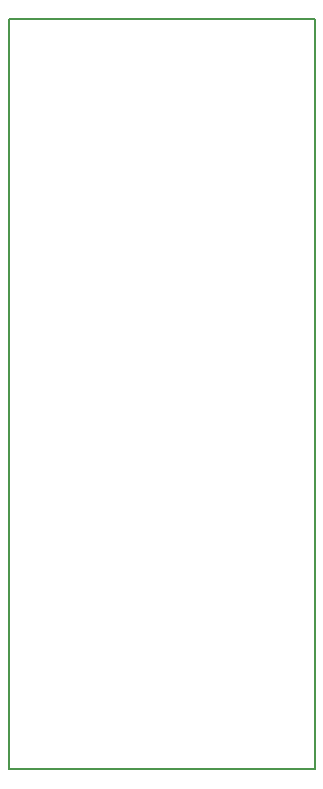
<source format=gbr>
%TF.GenerationSoftware,KiCad,Pcbnew,8.0.7*%
%TF.CreationDate,2025-04-29T18:28:53-03:00*%
%TF.ProjectId,ads_headstage_breadboard_v2,6164735f-6865-4616-9473-746167655f62,rev?*%
%TF.SameCoordinates,Original*%
%TF.FileFunction,Profile,NP*%
%FSLAX46Y46*%
G04 Gerber Fmt 4.6, Leading zero omitted, Abs format (unit mm)*
G04 Created by KiCad (PCBNEW 8.0.7) date 2025-04-29 18:28:53*
%MOMM*%
%LPD*%
G01*
G04 APERTURE LIST*
%TA.AperFunction,Profile*%
%ADD10C,0.150000*%
%TD*%
G04 APERTURE END LIST*
D10*
X105156000Y-71120000D02*
X131064000Y-71120000D01*
X131064000Y-134620000D01*
X105156000Y-134620000D01*
X105156000Y-71120000D01*
M02*

</source>
